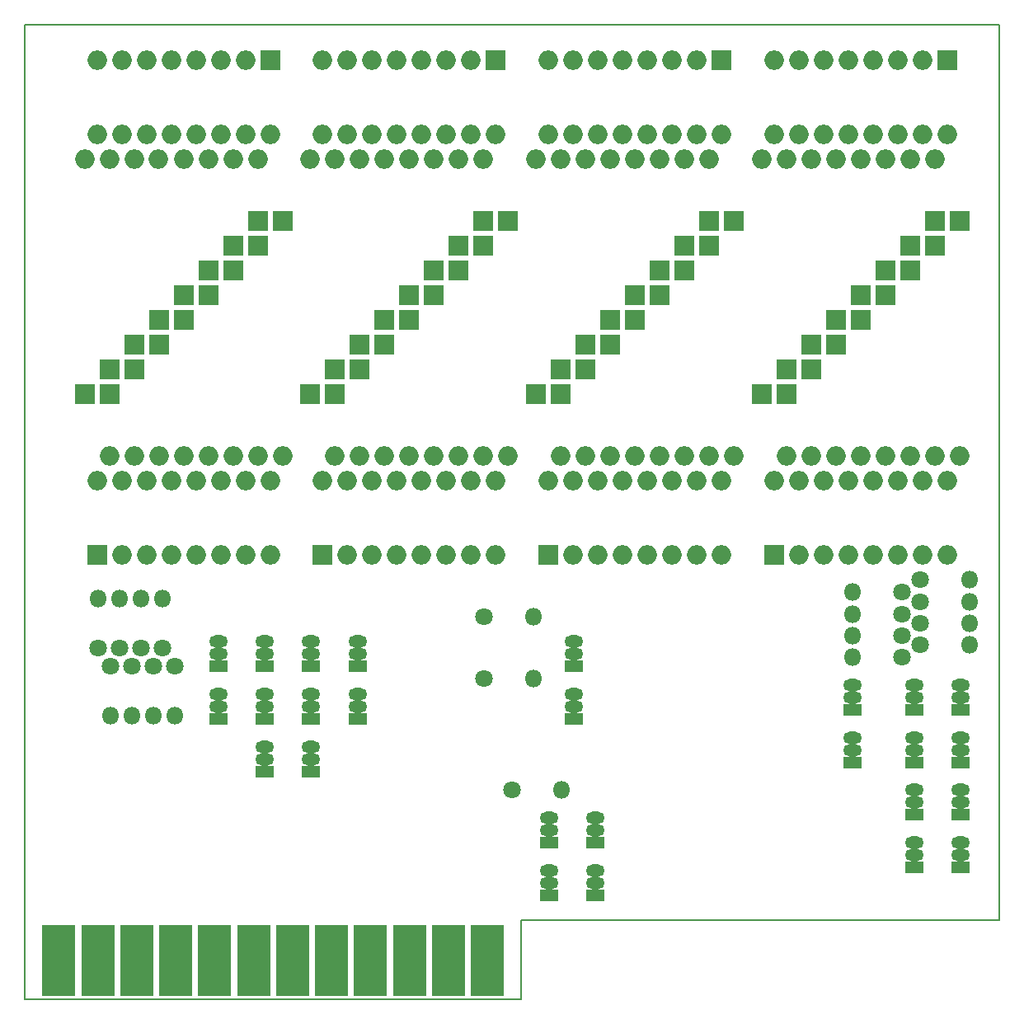
<source format=gbr>
G04 #@! TF.FileFunction,Soldermask,Top*
%FSLAX46Y46*%
G04 Gerber Fmt 4.6, Leading zero omitted, Abs format (unit mm)*
G04 Created by KiCad (PCBNEW 4.0.7-e2-6376~61~ubuntu18.04.1) date Sun Jul 26 21:29:35 2020*
%MOMM*%
%LPD*%
G01*
G04 APERTURE LIST*
%ADD10C,0.150000*%
%ADD11R,2.000000X2.000000*%
%ADD12O,2.000000X2.000000*%
%ADD13R,3.400000X7.400000*%
%ADD14O,1.900000X1.300000*%
%ADD15R,1.900000X1.300000*%
%ADD16C,1.800000*%
%ADD17O,1.800000X1.800000*%
G04 APERTURE END LIST*
D10*
X92392500Y-107315000D02*
X141440000Y-107315000D01*
X92392500Y-115405000D02*
X92392500Y-107315000D01*
X41440000Y-15405000D02*
X141440000Y-15405000D01*
X141440000Y-15405000D02*
X141440000Y-107315000D01*
X41440000Y-115405000D02*
X92392500Y-115405000D01*
X41440000Y-15405000D02*
X41440000Y-115405000D01*
D11*
X48809258Y-69809666D03*
D12*
X66589258Y-62189666D03*
X51349258Y-69809666D03*
X64049258Y-62189666D03*
X53889258Y-69809666D03*
X61509258Y-62189666D03*
X56429258Y-69809666D03*
X58969258Y-62189666D03*
X58969258Y-69809666D03*
X56429258Y-62189666D03*
X61509258Y-69809666D03*
X53889258Y-62189666D03*
X64049258Y-69809666D03*
X51349258Y-62189666D03*
X66589258Y-69809666D03*
X48809258Y-62189666D03*
D11*
X66589258Y-19009666D03*
D12*
X48809258Y-26629666D03*
X64049258Y-19009666D03*
X51349258Y-26629666D03*
X61509258Y-19009666D03*
X53889258Y-26629666D03*
X58969258Y-19009666D03*
X56429258Y-26629666D03*
X56429258Y-19009666D03*
X58969258Y-26629666D03*
X53889258Y-19009666D03*
X61509258Y-26629666D03*
X51349258Y-19009666D03*
X64049258Y-26629666D03*
X48809258Y-19009666D03*
X66589258Y-26629666D03*
D11*
X134851758Y-35519666D03*
D12*
X134851758Y-29169666D03*
D11*
X132311758Y-38059666D03*
D12*
X132311758Y-29169666D03*
D11*
X129771758Y-40599666D03*
D12*
X129771758Y-29169666D03*
D11*
X127231758Y-43139666D03*
D12*
X127231758Y-29169666D03*
D11*
X124691758Y-45679666D03*
D12*
X124691758Y-29169666D03*
D11*
X122151758Y-48219666D03*
D12*
X122151758Y-29169666D03*
D11*
X119611758Y-50759666D03*
D12*
X119611758Y-29169666D03*
D11*
X117071758Y-53299666D03*
D12*
X117071758Y-29169666D03*
D11*
X111674258Y-35519666D03*
D12*
X111674258Y-29169666D03*
D11*
X109134258Y-38059666D03*
D12*
X109134258Y-29169666D03*
D11*
X106594258Y-40599666D03*
D12*
X106594258Y-29169666D03*
D11*
X104054258Y-43139666D03*
D12*
X104054258Y-29169666D03*
D11*
X101514258Y-45679666D03*
D12*
X101514258Y-29169666D03*
D11*
X98974258Y-48219666D03*
D12*
X98974258Y-29169666D03*
D11*
X96434258Y-50759666D03*
D12*
X96434258Y-29169666D03*
D11*
X93894258Y-53299666D03*
D12*
X93894258Y-29169666D03*
D11*
X88496758Y-35519666D03*
D12*
X88496758Y-29169666D03*
D11*
X85956758Y-38059666D03*
D12*
X85956758Y-29169666D03*
D11*
X83416758Y-40599666D03*
D12*
X83416758Y-29169666D03*
D11*
X80876758Y-43139666D03*
D12*
X80876758Y-29169666D03*
D11*
X78336758Y-45679666D03*
D12*
X78336758Y-29169666D03*
D11*
X75796758Y-48219666D03*
D12*
X75796758Y-29169666D03*
D11*
X73256758Y-50759666D03*
D12*
X73256758Y-29169666D03*
D11*
X70716758Y-53299666D03*
D12*
X70716758Y-29169666D03*
D11*
X65319258Y-35519666D03*
D12*
X65319258Y-29169666D03*
D11*
X62779258Y-38059666D03*
D12*
X62779258Y-29169666D03*
D11*
X60239258Y-40599666D03*
D12*
X60239258Y-29169666D03*
D11*
X57699258Y-43139666D03*
D12*
X57699258Y-29169666D03*
D11*
X55159258Y-45679666D03*
D12*
X55086757Y-29169666D03*
D11*
X52619258Y-48219666D03*
D12*
X52619258Y-29169666D03*
D11*
X50079258Y-50759666D03*
D12*
X50079258Y-29169666D03*
D11*
X47539258Y-53299666D03*
D12*
X47539258Y-29169666D03*
D11*
X119611758Y-53299666D03*
D12*
X119611758Y-59649666D03*
D11*
X122151758Y-50759666D03*
D12*
X122151758Y-59649666D03*
D11*
X124691758Y-48219666D03*
D12*
X124691758Y-59649666D03*
D11*
X127231758Y-45679666D03*
D12*
X127231758Y-59649666D03*
D11*
X129771758Y-43139666D03*
D12*
X129771758Y-59649666D03*
D11*
X132311758Y-40599666D03*
D12*
X132311758Y-59649666D03*
D11*
X134851758Y-38059666D03*
D12*
X134851758Y-59649666D03*
D11*
X137391758Y-35519666D03*
D12*
X137391758Y-59649666D03*
D11*
X96434258Y-53299666D03*
D12*
X96434258Y-59649666D03*
D11*
X98974258Y-50759666D03*
D12*
X98974258Y-59649666D03*
D11*
X101514258Y-48219666D03*
D12*
X101514258Y-59649666D03*
D11*
X104054258Y-45679666D03*
D12*
X104054258Y-59649666D03*
D11*
X106594258Y-43139666D03*
D12*
X106594258Y-59649666D03*
D11*
X109134258Y-40599666D03*
D12*
X109134258Y-59649666D03*
D11*
X111674258Y-38059666D03*
D12*
X111674258Y-59649666D03*
D11*
X114214258Y-35519666D03*
D12*
X114214258Y-59649666D03*
D11*
X73256758Y-53299666D03*
D12*
X73256758Y-59649666D03*
D11*
X75796758Y-50759666D03*
D12*
X75796758Y-59649666D03*
D11*
X78336758Y-48219666D03*
D12*
X78336758Y-59649666D03*
D11*
X80876758Y-45679666D03*
D12*
X80876758Y-59649666D03*
D11*
X83416758Y-43139666D03*
D12*
X83416758Y-59649666D03*
D11*
X85956758Y-40599666D03*
D12*
X85956758Y-59649666D03*
D11*
X88496758Y-38059666D03*
D12*
X88496758Y-59649666D03*
D11*
X91036758Y-35519666D03*
D12*
X91036758Y-59649666D03*
D11*
X50079258Y-53299666D03*
D12*
X50079258Y-59649666D03*
D11*
X52619258Y-50759666D03*
D12*
X52619258Y-59649666D03*
D11*
X55159258Y-48219666D03*
D12*
X55159258Y-59649666D03*
D11*
X57699258Y-45679666D03*
D12*
X57699258Y-59649666D03*
D11*
X60239258Y-43139666D03*
D12*
X60239258Y-59649666D03*
D11*
X62779258Y-40599666D03*
D12*
X62779258Y-59649666D03*
D11*
X65319258Y-38059666D03*
D12*
X65319258Y-59649666D03*
D11*
X67859258Y-35519666D03*
D12*
X67859258Y-59649666D03*
D13*
X44900000Y-111442500D03*
X48900000Y-111442500D03*
X52900000Y-111442500D03*
X56900000Y-111442500D03*
X60900000Y-111442500D03*
X64900000Y-111442500D03*
X68900000Y-111442500D03*
X72900000Y-111442500D03*
X76900000Y-111442500D03*
X80900000Y-111442500D03*
X84900000Y-111442500D03*
X88900000Y-111442500D03*
D14*
X132715000Y-84455000D03*
X132715000Y-83185000D03*
D15*
X132715000Y-85725000D03*
D14*
X75565000Y-85407500D03*
X75565000Y-84137500D03*
D15*
X75565000Y-86677500D03*
D14*
X132715000Y-89852500D03*
X132715000Y-88582500D03*
D15*
X132715000Y-91122500D03*
D14*
X70802500Y-85407500D03*
X70802500Y-84137500D03*
D15*
X70802500Y-86677500D03*
D14*
X126365000Y-84455000D03*
X126365000Y-83185000D03*
D15*
X126365000Y-85725000D03*
D14*
X70802500Y-90805000D03*
X70802500Y-89535000D03*
D15*
X70802500Y-92075000D03*
D14*
X132715000Y-95250000D03*
X132715000Y-93980000D03*
D15*
X132715000Y-96520000D03*
D14*
X66040000Y-85407500D03*
X66040000Y-84137500D03*
D15*
X66040000Y-86677500D03*
D14*
X97790000Y-80010000D03*
X97790000Y-78740000D03*
D15*
X97790000Y-81280000D03*
D14*
X132715000Y-100647500D03*
X132715000Y-99377500D03*
D15*
X132715000Y-101917500D03*
D14*
X61277500Y-85407500D03*
X61277500Y-84137500D03*
D15*
X61277500Y-86677500D03*
D14*
X126365000Y-89852500D03*
X126365000Y-88582500D03*
D15*
X126365000Y-91122500D03*
D14*
X66040000Y-90805000D03*
X66040000Y-89535000D03*
D15*
X66040000Y-92075000D03*
D14*
X100012500Y-103505000D03*
X100012500Y-102235000D03*
D15*
X100012500Y-104775000D03*
D14*
X95250000Y-98107500D03*
X95250000Y-96837500D03*
D15*
X95250000Y-99377500D03*
D14*
X97790000Y-85407500D03*
X97790000Y-84137500D03*
D15*
X97790000Y-86677500D03*
D14*
X95250000Y-103505000D03*
X95250000Y-102235000D03*
D15*
X95250000Y-104775000D03*
D14*
X100012500Y-98107500D03*
X100012500Y-96837500D03*
D15*
X100012500Y-99377500D03*
D14*
X137477500Y-84455000D03*
X137477500Y-83185000D03*
D15*
X137477500Y-85725000D03*
D14*
X137477500Y-89852500D03*
X137477500Y-88582500D03*
D15*
X137477500Y-91122500D03*
D14*
X137477500Y-95250000D03*
X137477500Y-93980000D03*
D15*
X137477500Y-96520000D03*
D14*
X137477500Y-100647500D03*
X137477500Y-99377500D03*
D15*
X137477500Y-101917500D03*
D14*
X75565000Y-80010000D03*
X75565000Y-78740000D03*
D15*
X75565000Y-81280000D03*
D14*
X70802500Y-80010000D03*
X70802500Y-78740000D03*
D15*
X70802500Y-81280000D03*
D14*
X66040000Y-80010000D03*
X66040000Y-78740000D03*
D15*
X66040000Y-81280000D03*
D14*
X61277500Y-80010000D03*
X61277500Y-78740000D03*
D15*
X61277500Y-81280000D03*
D16*
X131445000Y-73660000D03*
D17*
X126365000Y-73660000D03*
D16*
X50165000Y-81280000D03*
D17*
X50165000Y-86360000D03*
D16*
X131445000Y-75882500D03*
D17*
X126365000Y-75882500D03*
D16*
X52387500Y-81280000D03*
D17*
X52387500Y-86360000D03*
D16*
X131445000Y-78105000D03*
D17*
X126365000Y-78105000D03*
D16*
X54610000Y-81280000D03*
D17*
X54610000Y-86360000D03*
D16*
X88582500Y-76200000D03*
D17*
X93662500Y-76200000D03*
D16*
X131445000Y-80327500D03*
D17*
X126365000Y-80327500D03*
D16*
X56832500Y-81280000D03*
D17*
X56832500Y-86360000D03*
D16*
X88582500Y-82550000D03*
D17*
X93662500Y-82550000D03*
D16*
X91440000Y-93980000D03*
D17*
X96520000Y-93980000D03*
D16*
X133350000Y-72390000D03*
D17*
X138430000Y-72390000D03*
D16*
X133350000Y-74612500D03*
D17*
X138430000Y-74612500D03*
D16*
X133350000Y-76835000D03*
D17*
X138430000Y-76835000D03*
D16*
X133350000Y-79057500D03*
D17*
X138430000Y-79057500D03*
D16*
X55562500Y-79375000D03*
D17*
X55562500Y-74295000D03*
D16*
X53340000Y-79375000D03*
D17*
X53340000Y-74295000D03*
D16*
X51117500Y-79375000D03*
D17*
X51117500Y-74295000D03*
D16*
X48895000Y-79375000D03*
D17*
X48895000Y-74295000D03*
D11*
X136121758Y-19009666D03*
D12*
X118341758Y-26629666D03*
X133581758Y-19009666D03*
X120881758Y-26629666D03*
X131041758Y-19009666D03*
X123421758Y-26629666D03*
X128501758Y-19009666D03*
X125961758Y-26629666D03*
X125961758Y-19009666D03*
X128501758Y-26629666D03*
X123421758Y-19009666D03*
X131041758Y-26629666D03*
X120881758Y-19009666D03*
X133581758Y-26629666D03*
X118341758Y-19009666D03*
X136121758Y-26629666D03*
D11*
X112944258Y-19009666D03*
D12*
X95164258Y-26629666D03*
X110404258Y-19009666D03*
X97704258Y-26629666D03*
X107864258Y-19009666D03*
X100244258Y-26629666D03*
X105324258Y-19009666D03*
X102784258Y-26629666D03*
X102784258Y-19009666D03*
X105324258Y-26629666D03*
X100244258Y-19009666D03*
X107864258Y-26629666D03*
X97704258Y-19009666D03*
X110404258Y-26629666D03*
X95164258Y-19009666D03*
X112944258Y-26629666D03*
D11*
X89766758Y-19009666D03*
D12*
X71986758Y-26629666D03*
X87226758Y-19009666D03*
X74526758Y-26629666D03*
X84686758Y-19009666D03*
X77066758Y-26629666D03*
X82146758Y-19009666D03*
X79606758Y-26629666D03*
X79606758Y-19009666D03*
X82146758Y-26629666D03*
X77066758Y-19009666D03*
X84686758Y-26629666D03*
X74526758Y-19009666D03*
X87226758Y-26629666D03*
X71986758Y-19009666D03*
X89766758Y-26629666D03*
D11*
X118341758Y-69809666D03*
D12*
X136121758Y-62189666D03*
X120881758Y-69809666D03*
X133581758Y-62189666D03*
X123421758Y-69809666D03*
X131041758Y-62189666D03*
X125961758Y-69809666D03*
X128501758Y-62189666D03*
X128501758Y-69809666D03*
X125961758Y-62189666D03*
X131041758Y-69809666D03*
X123421758Y-62189666D03*
X133581758Y-69809666D03*
X120881758Y-62189666D03*
X136121758Y-69809666D03*
X118341758Y-62189666D03*
D11*
X95164258Y-69809666D03*
D12*
X112944258Y-62189666D03*
X97704258Y-69809666D03*
X110404258Y-62189666D03*
X100244258Y-69809666D03*
X107864258Y-62189666D03*
X102784258Y-69809666D03*
X105324258Y-62189666D03*
X105324258Y-69809666D03*
X102784258Y-62189666D03*
X107864258Y-69809666D03*
X100244258Y-62189666D03*
X110404258Y-69809666D03*
X97704258Y-62189666D03*
X112944258Y-69809666D03*
X95164258Y-62189666D03*
D11*
X71986758Y-69809666D03*
D12*
X89766758Y-62189666D03*
X74526758Y-69809666D03*
X87226758Y-62189666D03*
X77066758Y-69809666D03*
X84686758Y-62189666D03*
X79606758Y-69809666D03*
X82146758Y-62189666D03*
X82146758Y-69809666D03*
X79606758Y-62189666D03*
X84686758Y-69809666D03*
X77066758Y-62189666D03*
X87226758Y-69809666D03*
X74526758Y-62189666D03*
X89766758Y-69809666D03*
X71986758Y-62189666D03*
M02*

</source>
